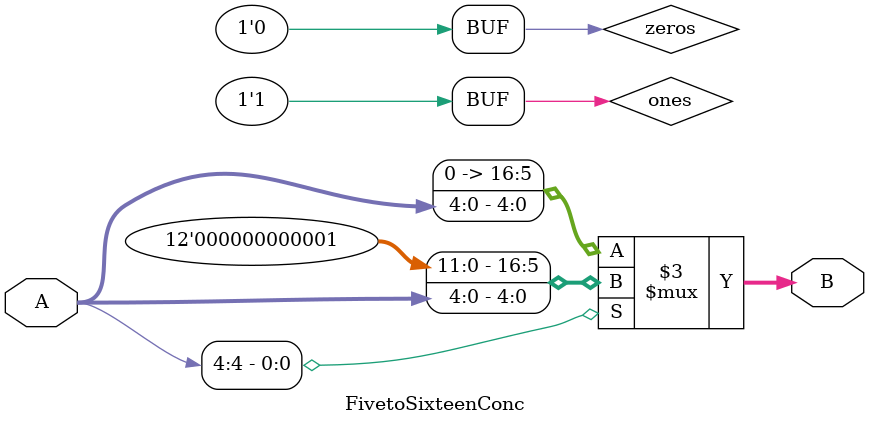
<source format=sv>
module FivetoSixteenConc (
        input logic [4:0] A,
        output logic [16:0] B
);
assign ones = 11'b11111111111;
assign zeros = 11'b00000000000;
always_comb
begin
    if (A[4])
        B = {ones, A};
    else
        B = {zeros,A};
end
endmodule
</source>
